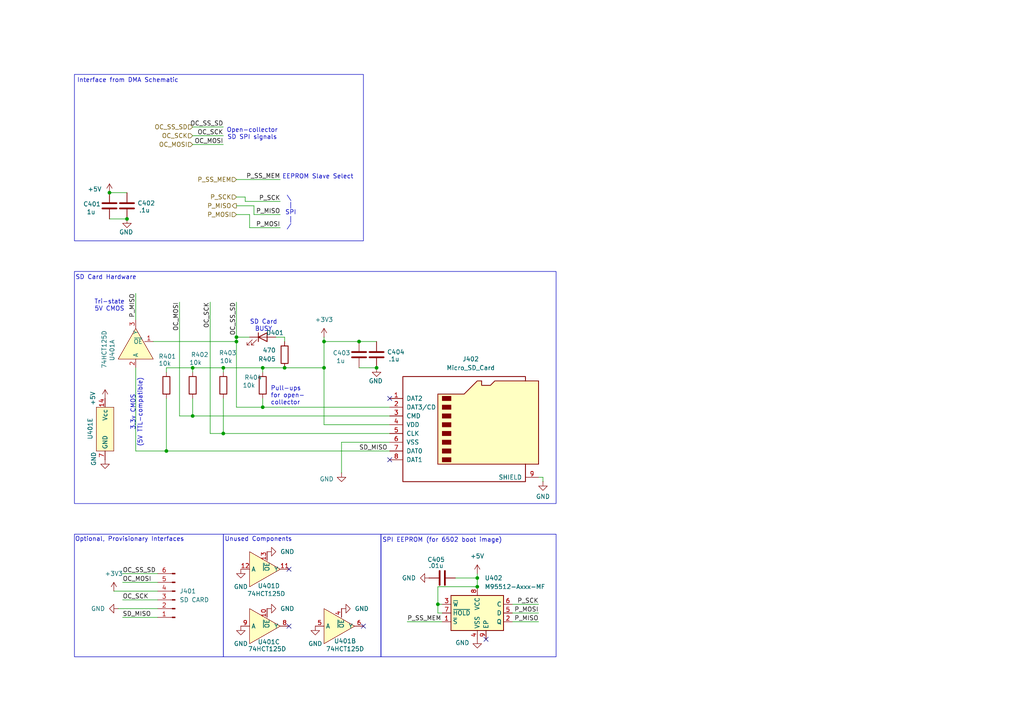
<source format=kicad_sch>
(kicad_sch (version 20250114) (generator "eeschema") (generator_version "9.0")
  (paper "A4")
  (title_block (title "65c02 Homebrew") (rev "Prelim") (company "Joseph R. Freeston") (comment 2 "https://github.com/snorklerjoe/useful6502") (comment 4 "A 65c02-based computer with peripheral i/o offloaded to a PIC16 microcontroller."))
  (lib_symbols
    (symbol "Connector:Conn_01x06_Pin" (pin_names (offset 1.016) (hide yes))
      (property "Reference" "J" (at 0 7.62 0))
      (property "Value" "Conn_01x06_Pin" (at 0 -10.16 0))
      (symbol "Conn_01x06_Pin_1_1"
        (rectangle (start 0.8636 5.207) (end 0 4.953) (stroke (width 0.1524)) (fill (type outline)))
        (rectangle (start 0.8636 2.667) (end 0 2.413) (stroke (width 0.1524)) (fill (type outline)))
        (rectangle (start 0.8636 0.127) (end 0 -0.127) (stroke (width 0.1524)) (fill (type outline)))
        (rectangle (start 0.8636 -2.413) (end 0 -2.667) (stroke (width 0.1524)) (fill (type outline)))
        (rectangle (start 0.8636 -4.953) (end 0 -5.207) (stroke (width 0.1524)) (fill (type outline)))
        (rectangle (start 0.8636 -7.493) (end 0 -7.747) (stroke (width 0.1524)) (fill (type outline)))
        (polyline (pts (xy 1.27 5.08) (xy 0.8636 5.08)) (stroke (width 0.1524)))
        (polyline (pts (xy 1.27 2.54) (xy 0.8636 2.54)) (stroke (width 0.1524)))
        (polyline (pts (xy 1.27 0) (xy 0.8636 0)) (stroke (width 0.1524)))
        (polyline (pts (xy 1.27 -2.54) (xy 0.8636 -2.54)) (stroke (width 0.1524)))
        (polyline (pts (xy 1.27 -5.08) (xy 0.8636 -5.08)) (stroke (width 0.1524)))
        (polyline (pts (xy 1.27 -7.62) (xy 0.8636 -7.62)) (stroke (width 0.1524)))
        (pin passive line (at 5.08 5.08 180) (length 3.81) (name "Pin_1") (number "1"))
        (pin passive line (at 5.08 2.54 180) (length 3.81) (name "Pin_2") (number "2"))
        (pin passive line (at 5.08 0 180) (length 3.81) (name "Pin_3") (number "3"))
        (pin passive line (at 5.08 -2.54 180) (length 3.81) (name "Pin_4") (number "4"))
        (pin passive line (at 5.08 -5.08 180) (length 3.81) (name "Pin_5") (number "5"))
        (pin passive line (at 5.08 -7.62 180) (length 3.81) (name "Pin_6") (number "6"))
      )
    )
    (symbol "Connector:Micro_SD_Card" (pin_names (offset 1.016))
      (property "Reference" "J" (at -16.51 15.24 0))
      (property "Value" "Micro_SD_Card" (at 16.51 15.24 0))
      (symbol "Micro_SD_Card_0_1"
        (polyline (pts (xy -8.89 -11.43) (xy -8.89 8.89) (xy -1.27 8.89) (xy 2.54 12.7) (xy 3.81 12.7) (xy 3.81 11.43) (xy 6.35 11.43) (xy 7.62 12.7) (xy 20.32 12.7) (xy 20.32 -11.43) (xy -8.89 -11.43)) (stroke (width 0.254)) (fill (type background)))
        (rectangle (start -7.62 8.255) (end -5.08 6.985) (fill (type outline)))
        (rectangle (start -7.62 5.715) (end -5.08 4.445) (fill (type outline)))
        (rectangle (start -7.62 3.175) (end -5.08 1.905) (fill (type outline)))
        (rectangle (start -7.62 0.635) (end -5.08 -0.635) (fill (type outline)))
        (rectangle (start -7.62 -1.905) (end -5.08 -3.175) (fill (type outline)))
        (rectangle (start -7.62 -4.445) (end -5.08 -5.715) (fill (type outline)))
        (rectangle (start -7.62 -6.985) (end -5.08 -8.255) (fill (type outline)))
        (rectangle (start -7.62 -9.525) (end -5.08 -10.795) (fill (type outline)))
        (polyline (pts (xy 16.51 12.7) (xy 16.51 13.97) (xy -19.05 13.97) (xy -19.05 -16.51) (xy 16.51 -16.51) (xy 16.51 -11.43)) (stroke (width 0.254)))
      )
      (symbol "Micro_SD_Card_1_1"
        (pin bidirectional line (at -22.86 7.62 0) (length 3.81) (name "DAT2") (number "1"))
        (pin bidirectional line (at -22.86 5.08 0) (length 3.81) (name "DAT3/CD") (number "2"))
        (pin input line (at -22.86 2.54 0) (length 3.81) (name "CMD") (number "3"))
        (pin power_in line (at -22.86 0 0) (length 3.81) (name "VDD") (number "4"))
        (pin input line (at -22.86 -2.54 0) (length 3.81) (name "CLK") (number "5"))
        (pin power_in line (at -22.86 -5.08 0) (length 3.81) (name "VSS") (number "6"))
        (pin bidirectional line (at -22.86 -7.62 0) (length 3.81) (name "DAT0") (number "7"))
        (pin bidirectional line (at -22.86 -10.16 0) (length 3.81) (name "DAT1") (number "8"))
        (pin passive line (at 20.32 -15.24 180) (length 3.81) (name "SHIELD") (number "9"))
      )
    )
    (symbol "Device:C" (pin_numbers (hide yes)) (pin_names (offset 0.254))
      (property "Reference" "C" (at 0.635 2.54 0))
      (property "Value" "C" (at 0.635 -2.54 0))
      (symbol "C_0_1"
        (polyline (pts (xy -2.032 0.762) (xy 2.032 0.762)) (stroke (width 0.508)))
        (polyline (pts (xy -2.032 -0.762) (xy 2.032 -0.762)) (stroke (width 0.508)))
      )
      (symbol "C_1_1"
        (pin passive line (at 0 3.81 270) (length 2.794) (name "~") (number "1"))
        (pin passive line (at 0 -3.81 90) (length 2.794) (name "~") (number "2"))
      )
    )
    (symbol "Device:LED" (pin_numbers (hide yes)) (pin_names (offset 1.016) (hide yes))
      (property "Reference" "D" (at 0 2.54 0))
      (property "Value" "LED" (at 0 -2.54 0))
      (symbol "LED_0_1"
        (polyline (pts (xy -3.048 -0.762) (xy -4.572 -2.286) (xy -3.81 -2.286) (xy -4.572 -2.286) (xy -4.572 -1.524)))
        (polyline (pts (xy -1.778 -0.762) (xy -3.302 -2.286) (xy -2.54 -2.286) (xy -3.302 -2.286) (xy -3.302 -1.524)))
        (polyline (pts (xy -1.27 0) (xy 1.27 0)))
        (polyline (pts (xy -1.27 -1.27) (xy -1.27 1.27)) (stroke (width 0.254)))
        (polyline (pts (xy 1.27 -1.27) (xy 1.27 1.27) (xy -1.27 0) (xy 1.27 -1.27)) (stroke (width 0.254)))
      )
      (symbol "LED_1_1"
        (pin passive line (at -3.81 0 0) (length 2.54) (name "K") (number "1"))
        (pin passive line (at 3.81 0 180) (length 2.54) (name "A") (number "2"))
      )
    )
    (symbol "Device:R" (pin_numbers (hide yes)) (pin_names (offset 0))
      (property "Reference" "R" (at 2.032 0 90))
      (property "Value" "R" (at 0 0 90))
      (symbol "R_0_1"
        (rectangle (start -1.016 -2.54) (end 1.016 2.54) (stroke (width 0.254)))
      )
      (symbol "R_1_1"
        (pin passive line (at 0 3.81 270) (length 1.27) (name "~") (number "1"))
        (pin passive line (at 0 -3.81 90) (length 1.27) (name "~") (number "2"))
      )
    )
    (symbol "Memory_EEPROM:M95512-Axxx-MF"
      (property "Reference" "U" (at -7.62 6.35 0))
      (property "Value" "M95512-Axxx-MF" (at 6.35 -7.62 0))
      (symbol "M95512-Axxx-MF_1_1"
        (rectangle (start -7.62 5.08) (end 7.62 -5.08) (stroke (width 0.254)) (fill (type background)))
        (pin input line (at -10.16 2.54 0) (length 2.54) (name "~{W}") (number "3"))
        (pin input line (at -10.16 0 0) (length 2.54) (name "~{HOLD}") (number "7"))
        (pin input line (at -10.16 -2.54 0) (length 2.54) (name "~{S}") (number "1"))
        (pin power_in line (at 0 7.62 270) (length 2.54) (name "VCC") (number "8"))
        (pin power_in line (at 0 -7.62 90) (length 2.54) (name "VSS") (number "4"))
        (pin passive line (at 2.54 -7.62 90) (length 2.54) (name "EP") (number "9"))
        (pin input line (at 10.16 2.54 180) (length 2.54) (name "C") (number "6"))
        (pin input line (at 10.16 0 180) (length 2.54) (name "D") (number "5"))
        (pin output line (at 10.16 -2.54 180) (length 2.54) (name "Q") (number "2"))
      )
    )
    (symbol "custom:74HCT125D"
      (property "Reference" "U" (at 4.318 2.032 0))
      (property "Value" "74HCT125D" (at 8.636 0 0))
      (symbol "74HCT125D_1_1"
        (polyline (pts (xy -1.27 1.27) (xy -1.27 -5.08) (xy 7.62 0) (xy -1.27 5.08) (xy -1.27 1.27)) (fill (type background)))
        (pin input line (at -3.81 0 0) (length 2.54) (name "A") (number "2"))
        (pin input line (at 3.81 5.08 270) (length 2.54) (name "~{OE}") (number "1"))
        (pin tri_state line (at 10.16 0 180) (length 2.54) (name "Y") (number "3"))
      )
      (symbol "74HCT125D_2_1"
        (polyline (pts (xy -1.27 1.27) (xy -1.27 -5.08) (xy 7.62 0) (xy -1.27 5.08) (xy -1.27 1.27)) (fill (type background)))
        (pin input line (at -3.81 0 0) (length 2.54) (name "A") (number "5"))
        (pin input line (at 3.81 5.08 270) (length 2.54) (name "~{OE}") (number "4"))
        (pin tri_state line (at 10.16 0 180) (length 2.54) (name "Y") (number "6"))
      )
      (symbol "74HCT125D_3_1"
        (polyline (pts (xy -1.27 1.27) (xy -1.27 -5.08) (xy 7.62 0) (xy -1.27 5.08) (xy -1.27 1.27)) (fill (type background)))
        (pin input line (at -3.81 0 0) (length 2.54) (name "A") (number "9"))
        (pin input line (at 3.81 5.08 270) (length 2.54) (name "~{OE}") (number "10"))
        (pin tri_state line (at 10.16 0 180) (length 2.54) (name "Y") (number "8"))
      )
      (symbol "74HCT125D_4_1"
        (polyline (pts (xy -1.27 1.27) (xy -1.27 -5.08) (xy 7.62 0) (xy -1.27 5.08) (xy -1.27 1.27)) (fill (type background)))
        (pin input line (at -3.81 0 0) (length 2.54) (name "A") (number "12"))
        (pin input line (at 3.81 5.08 270) (length 2.54) (name "~{OE}") (number "13"))
        (pin tri_state line (at 10.16 0 180) (length 2.54) (name "Y") (number "11"))
      )
      (symbol "74HCT125D_5_1"
        (rectangle (start -2.54 5.08) (end 2.54 -7.62) (fill (type background)))
        (pin power_in line (at 0 7.62 270) (length 2.54) (name "Vcc") (number "14"))
        (pin power_in line (at 0 -10.16 90) (length 2.54) (name "GND") (number "7"))
      )
    )
    (symbol "power:+3V3" (power) (pin_numbers (hide yes)) (pin_names (offset 0) (hide yes))
      (property "Value" "+3V3" (at 0 3.556 0))
      (symbol "+3V3_0_1"
        (polyline (pts (xy -0.762 1.27) (xy 0 2.54)))
        (polyline (pts (xy 0 2.54) (xy 0.762 1.27)))
        (polyline (pts (xy 0 0) (xy 0 2.54)))
      )
      (symbol "+3V3_1_1"
        (pin power_in line (at 0 0 90) (length 0) (name "~") (number "1"))
      )
    )
    (symbol "power:+5V" (power) (pin_numbers (hide yes)) (pin_names (offset 0) (hide yes))
      (property "Value" "+5V" (at 0 3.556 0))
      (symbol "+5V_0_1"
        (polyline (pts (xy -0.762 1.27) (xy 0 2.54)))
        (polyline (pts (xy 0 2.54) (xy 0.762 1.27)))
        (polyline (pts (xy 0 0) (xy 0 2.54)))
      )
      (symbol "+5V_1_1"
        (pin power_in line (at 0 0 90) (length 0) (name "~") (number "1"))
      )
    )
    (symbol "power:GND" (power) (pin_numbers (hide yes)) (pin_names (offset 0) (hide yes))
      (property "Value" "GND" (at 0 -3.81 0))
      (symbol "GND_0_1"
        (polyline (pts (xy 0 0) (xy 0 -1.27) (xy 1.27 -1.27) (xy 0 -2.54) (xy -1.27 -1.27) (xy 0 -1.27)))
      )
      (symbol "GND_1_1"
        (pin power_in line (at 0 0 270) (length 0) (name "~") (number "1"))
      )
    )
  )
  (rectangle (start 64.77 154.94) (end 110.49 190.5))
  (rectangle (start 21.59 21.59) (end 105.41 69.85))
  (rectangle (start 21.59 78.74) (end 161.29 146.05))
  (rectangle (start 110.49 154.94) (end 161.29 190.5))
  (rectangle (start 21.59 154.94) (end 64.77 190.5))
  (text "3.3v CMOS\n(5V TTL-compatible)" (at 39.624 119.634 90) (effects (font (size 1.27 1.27))))
  (text "Interface from DMA Schematic" (at 37.084 23.368 0) (effects (font (size 1.27 1.27))))
  (text "Unused Components" (at 74.93 156.464 0) (effects (font (size 1.27 1.27))))
  (text "EEPROM Slave Select" (at 92.202 51.308 0) (effects (font (size 1.27 1.27))))
  (text "SD Card Hardware" (at 30.734 80.518 0) (effects (font (size 1.27 1.27))))
  (text "\\ \n|\nSPI\n|\n/ " (at 84.328 61.722 0) (effects (font (size 1.27 1.27))))
  (text "Pull-ups\nfor open-\ncollector" (at 78.486 114.808 0) (effects (font (size 1.27 1.27)) (justify left)))
  (text "SPI EEPROM (for 6502 boot image)" (at 128.27 156.718 0) (effects (font (size 1.27 1.27))))
  (text "Tri-state\n5V CMOS" (at 31.75 88.646 0) (effects (font (size 1.27 1.27))))
  (text "Optional, Provisionary Interfaces" (at 37.592 156.464 0) (effects (font (size 1.27 1.27))))
  (text "Open-collector\nSD SPI signals" (at 73.152 38.862 0) (effects (font (size 1.27 1.27))))
  (text "SD Card\nBUSY" (at 76.454 94.488 0) (effects (font (size 1.27 1.27))))
  (junction (at 93.98 99.06))
  (junction (at 104.14 99.06))
  (junction (at 68.58 99.06))
  (junction (at 76.2 106.68))
  (junction (at 68.58 97.79))
  (junction (at 36.83 63.5))
  (junction (at 127 175.26))
  (junction (at 31.75 55.88))
  (junction (at 55.88 120.65))
  (junction (at 109.22 106.68))
  (junction (at 138.43 170.18))
  (junction (at 93.98 106.68))
  (junction (at 64.77 125.73))
  (junction (at 48.26 130.81))
  (junction (at 64.77 106.68))
  (junction (at 55.88 106.68))
  (junction (at 76.2 118.11))
  (junction (at 82.55 106.68))
  (junction (at 138.43 167.64))
  (no_connect (at 113.03 133.35))
  (no_connect (at 140.97 185.42))
  (no_connect (at 83.82 165.1))
  (no_connect (at 105.41 181.61))
  (no_connect (at 83.82 181.61))
  (no_connect (at 113.03 115.57))
  (wire (pts (xy 31.75 63.5) (xy 36.83 63.5)))
  (wire (pts (xy 118.11 180.34) (xy 128.27 180.34)))
  (wire (pts (xy 72.39 62.23) (xy 68.58 62.23)))
  (wire (pts (xy 68.58 97.79) (xy 68.58 99.06)))
  (wire (pts (xy 148.59 175.26) (xy 156.21 175.26)))
  (wire (pts (xy 71.12 57.15) (xy 68.58 57.15)))
  (wire (pts (xy 127 175.26) (xy 127 170.18)))
  (wire (pts (xy 104.14 106.68) (xy 109.22 106.68)))
  (wire (pts (xy 128.27 177.8) (xy 127 177.8)))
  (wire (pts (xy 48.26 106.68) (xy 55.88 106.68)))
  (wire (pts (xy 64.77 115.57) (xy 64.77 125.73)))
  (wire (pts (xy 68.58 52.07) (xy 81.28 52.07)))
  (wire (pts (xy 35.56 173.99) (xy 45.72 173.99)))
  (wire (pts (xy 52.07 87.63) (xy 52.07 120.65)))
  (wire (pts (xy 82.55 106.68) (xy 93.98 106.68)))
  (wire (pts (xy 93.98 99.06) (xy 104.14 99.06)))
  (wire (pts (xy 48.26 130.81) (xy 113.03 130.81)))
  (wire (pts (xy 81.28 58.42) (xy 71.12 58.42)))
  (wire (pts (xy 68.58 118.11) (xy 76.2 118.11)))
  (wire (pts (xy 127 170.18) (xy 138.43 170.18)))
  (wire (pts (xy 93.98 97.79) (xy 93.98 99.06)))
  (wire (pts (xy 39.37 85.09) (xy 39.37 92.71)))
  (wire (pts (xy 104.14 99.06) (xy 109.22 99.06)))
  (wire (pts (xy 33.02 171.45) (xy 45.72 171.45)))
  (wire (pts (xy 60.96 125.73) (xy 64.77 125.73)))
  (wire (pts (xy 48.26 107.95) (xy 48.26 106.68)))
  (wire (pts (xy 34.29 176.53) (xy 45.72 176.53)))
  (wire (pts (xy 93.98 123.19) (xy 113.03 123.19)))
  (wire (pts (xy 64.77 106.68) (xy 76.2 106.68)))
  (wire (pts (xy 35.56 166.37) (xy 45.72 166.37)))
  (wire (pts (xy 76.2 106.68) (xy 82.55 106.68)))
  (wire (pts (xy 72.39 97.79) (xy 68.58 97.79)))
  (wire (pts (xy 138.43 167.64) (xy 138.43 170.18)))
  (wire (pts (xy 55.88 106.68) (xy 64.77 106.68)))
  (wire (pts (xy 71.12 58.42) (xy 71.12 57.15)))
  (wire (pts (xy 148.59 180.34) (xy 156.21 180.34)))
  (wire (pts (xy 35.56 179.07) (xy 45.72 179.07)))
  (wire (pts (xy 55.88 107.95) (xy 55.88 106.68)))
  (wire (pts (xy 52.07 120.65) (xy 55.88 120.65)))
  (wire (pts (xy 55.88 41.91) (xy 64.77 41.91)))
  (wire (pts (xy 39.37 130.81) (xy 39.37 106.68)))
  (wire (pts (xy 157.48 138.43) (xy 156.21 138.43)))
  (wire (pts (xy 76.2 115.57) (xy 76.2 118.11)))
  (wire (pts (xy 132.08 167.64) (xy 138.43 167.64)))
  (wire (pts (xy 64.77 125.73) (xy 113.03 125.73)))
  (wire (pts (xy 93.98 99.06) (xy 93.98 106.68)))
  (wire (pts (xy 64.77 107.95) (xy 64.77 106.68)))
  (wire (pts (xy 76.2 118.11) (xy 113.03 118.11)))
  (wire (pts (xy 99.06 137.16) (xy 99.06 128.27)))
  (wire (pts (xy 72.39 66.04) (xy 72.39 62.23)))
  (wire (pts (xy 138.43 166.37) (xy 138.43 167.64)))
  (wire (pts (xy 35.56 168.91) (xy 45.72 168.91)))
  (wire (pts (xy 60.96 87.63) (xy 60.96 125.73)))
  (wire (pts (xy 93.98 123.19) (xy 93.98 106.68)))
  (wire (pts (xy 73.66 59.69) (xy 68.58 59.69)))
  (wire (pts (xy 68.58 97.79) (xy 68.58 87.63)))
  (wire (pts (xy 39.37 130.81) (xy 48.26 130.81)))
  (wire (pts (xy 55.88 36.83) (xy 64.77 36.83)))
  (wire (pts (xy 81.28 66.04) (xy 72.39 66.04)))
  (wire (pts (xy 44.45 99.06) (xy 68.58 99.06)))
  (wire (pts (xy 127 175.26) (xy 128.27 175.26)))
  (wire (pts (xy 99.06 128.27) (xy 113.03 128.27)))
  (wire (pts (xy 31.75 55.88) (xy 36.83 55.88)))
  (wire (pts (xy 127 177.8) (xy 127 175.26)))
  (wire (pts (xy 82.55 99.06) (xy 82.55 97.79)))
  (wire (pts (xy 82.55 97.79) (xy 80.01 97.79)))
  (wire (pts (xy 55.88 39.37) (xy 64.77 39.37)))
  (wire (pts (xy 148.59 177.8) (xy 156.21 177.8)))
  (wire (pts (xy 68.58 99.06) (xy 68.58 118.11)))
  (wire (pts (xy 48.26 115.57) (xy 48.26 130.81)))
  (wire (pts (xy 81.28 62.23) (xy 73.66 62.23)))
  (wire (pts (xy 55.88 120.65) (xy 113.03 120.65)))
  (wire (pts (xy 55.88 115.57) (xy 55.88 120.65)))
  (wire (pts (xy 76.2 106.68) (xy 76.2 107.95)))
  (wire (pts (xy 157.48 139.7) (xy 157.48 138.43)))
  (wire (pts (xy 73.66 62.23) (xy 73.66 59.69)))
  (label "OC_SCK" (at 64.77 39.37 180))
  (label "OC_SS_SD" (at 64.77 36.83 180))
  (label "P_MOSI" (at 156.21 177.8 180))
  (label "P_MISO" (at 81.28 62.23 180))
  (label "OC_SCK" (at 35.56 173.99 0))
  (label "SD_MISO" (at 35.56 179.07 0))
  (label "SD_MISO" (at 104.14 130.81 0))
  (label "OC_SCK" (at 60.96 87.63 270))
  (label "OC_MOSI" (at 35.56 168.91 0))
  (label "P_SCK" (at 156.21 175.26 180))
  (label "OC_MOSI" (at 52.07 87.63 270))
  (label "OC_SS_SD" (at 35.56 166.37 0))
  (label "P_SCK" (at 81.28 58.42 180))
  (label "OC_MOSI" (at 64.77 41.91 180))
  (label "OC_SS_SD" (at 68.58 87.63 270))
  (label "P_SS_MEM" (at 81.28 52.07 180))
  (label "P_MISO" (at 156.21 180.34 180))
  (label "P_MISO" (at 39.37 85.09 270))
  (label "P_MOSI" (at 81.28 66.04 180))
  (label "P_SS_MEM" (at 118.11 180.34 0))
  (hierarchical_label "OC_SS_SD" (shape input) (at 55.88 36.83 180))
  (hierarchical_label "P_SS_MEM" (shape input) (at 68.58 52.07 180))
  (hierarchical_label "OC_MOSI" (shape input) (at 55.88 41.91 180))
  (hierarchical_label "P_SCK" (shape input) (at 68.58 57.15 180))
  (hierarchical_label "P_MISO" (shape output) (at 68.58 59.69 180))
  (hierarchical_label "OC_SCK" (shape input) (at 55.88 39.37 180))
  (hierarchical_label "P_MOSI" (shape input) (at 68.58 62.23 180))
  (symbol (lib_id "power:+5V") (at 138.43 166.37 0) (unit 1)
    (property "Reference" "#PWR0416" (effects (hide yes)))
    (property "Value" "+5V" (at 138.43 161.29 0))
    (property "Description" "Power symbol creates a global label with name \"+5V\"" (effects (hide yes)))
  )
  (symbol (lib_id "power:GND") (at 69.85 165.1 0) (unit 1)
    (property "Reference" "#PWR0406" (effects (hide yes)))
    (property "Value" "GND" (at 69.85 170.18 0))
    (property "Description" "Power symbol creates a global label with name \"GND\" , ground" (effects (hide yes)))
  )
  (symbol (lib_id "Device:R") (at 55.88 111.76 0) (unit 1)
    (property "Reference" "R402" (at 55.372 102.87 0) (effects (justify left)))
    (property "Value" "10k" (at 54.864 105.156 0) (effects (justify left)))
    (property "Footprint" "Resistor_SMD:R_0402_1005Metric" (effects (hide yes)))
    (property "Description" "Resistor" (effects (hide yes)))
  )
  (symbol (lib_id "Device:R") (at 48.26 111.76 0) (unit 1)
    (property "Reference" "R401" (at 45.974 103.378 0) (effects (justify left)))
    (property "Value" "10k" (at 45.974 105.41 0) (effects (justify left)))
    (property "Footprint" "Resistor_SMD:R_0402_1005Metric" (effects (hide yes)))
    (property "Description" "Resistor" (effects (hide yes)))
  )
  (symbol (lib_id "custom:74HCT125D") (at 73.66 165.1 0) (unit 4)
    (property "Reference" "U401" (at 77.978 169.926 0))
    (property "Value" "74HCT125D" (at 77.216 172.212 0))
    (property "Footprint" "Package_SO:SOIC-14_3.9x8.7mm_P1.27mm" (effects (hide yes)))
  )
  (symbol (lib_id "Device:C") (at 31.75 59.69 0) (unit 1)
    (property "Reference" "C401" (at 26.67 59.182 0))
    (property "Value" "1u" (at 26.416 61.468 0))
    (property "Footprint" "Capacitor_SMD:C_0402_1005Metric" (effects (hide yes)))
    (property "Description" "Unpolarized capacitor" (effects (hide yes)))
  )
  (symbol (lib_id "Device:R") (at 76.2 111.76 0) (unit 1)
    (property "Reference" "R404" (at 70.866 109.474 0) (effects (justify left)))
    (property "Value" "10k" (at 70.358 111.76 0) (effects (justify left)))
    (property "Footprint" "Resistor_SMD:R_0402_1005Metric" (effects (hide yes)))
    (property "Description" "Resistor" (effects (hide yes)))
  )
  (symbol (lib_id "Device:C") (at 104.14 102.87 0) (unit 1)
    (property "Reference" "C403" (at 99.06 102.362 0))
    (property "Value" "1u" (at 98.806 104.648 0))
    (property "Footprint" "Capacitor_SMD:C_0402_1005Metric" (effects (hide yes)))
    (property "Description" "Unpolarized capacitor" (effects (hide yes)))
  )
  (symbol (lib_id "power:+3V3") (at 93.98 97.79 0) (unit 1)
    (property "Reference" "#PWR0411" (effects (hide yes)))
    (property "Value" "+3V3" (at 93.98 92.71 0))
    (property "Description" "Power symbol creates a global label with name \"+3V3\"" (effects (hide yes)))
  )
  (symbol (lib_id "Device:R") (at 64.77 111.76 0) (unit 1)
    (property "Reference" "R403" (at 63.5 102.362 0) (effects (justify left)))
    (property "Value" "10k" (at 63.754 104.648 0) (effects (justify left)))
    (property "Footprint" "Resistor_SMD:R_0402_1005Metric" (effects (hide yes)))
    (property "Description" "Resistor" (effects (hide yes)))
  )
  (symbol (lib_id "power:GND") (at 138.43 185.42 0) (unit 1)
    (property "Reference" "#PWR0417" (effects (hide yes)))
    (property "Value" "GND" (at 134.112 186.436 0))
    (property "Description" "Power symbol creates a global label with name \"GND\" , ground" (effects (hide yes)))
  )
  (symbol (lib_id "power:+3V3") (at 33.02 171.45 0) (unit 1)
    (property "Reference" "#PWR0419" (effects (hide yes)))
    (property "Value" "+3V3" (at 33.02 166.37 0))
    (property "Description" "Power symbol creates a global label with name \"+3V3\"" (effects (hide yes)))
  )
  (symbol (lib_id "Memory_EEPROM:M95512-Axxx-MF") (at 138.43 177.8 0) (unit 1)
    (property "Reference" "U402" (at 140.5733 167.64 0) (effects (justify left)))
    (property "Value" "M95512-Axxx-MF" (at 140.5733 170.18 0) (effects (justify left)))
    (property "Footprint" "Package_SO:TSSOP-8_4.4x3mm_P0.65mm" (effects (hide yes)))
    (property "Datasheet" "https://www.st.com/resource/en/datasheet/m95512-a125.pdf" (effects (hide yes)))
    (property "Description" "Automotive 512-Kbit serial SPI bus EEPROMs with high-speed clock, DFN-8" (effects (hide yes)))
  )
  (symbol (lib_id "power:GND") (at 36.83 63.5 0) (unit 1)
    (property "Reference" "#PWR0405" (effects (hide yes)))
    (property "Value" "GND" (at 36.576 67.31 0))
    (property "Description" "Power symbol creates a global label with name \"GND\" , ground" (effects (hide yes)))
  )
  (symbol (lib_id "Device:R") (at 82.55 102.87 0) (unit 1)
    (property "Reference" "R405" (at 80.01 104.1401 0) (effects (justify right)))
    (property "Value" "470" (at 80.01 101.6001 0) (effects (justify right)))
    (property "Footprint" "Resistor_SMD:R_0402_1005Metric" (effects (hide yes)))
    (property "Description" "Resistor" (effects (hide yes)))
  )
  (symbol (lib_id "power:GND") (at 30.48 133.35 0) (unit 1)
    (property "Reference" "#PWR0402" (effects (hide yes)))
    (property "Value" "GND" (at 27.178 133.096 90))
    (property "Description" "Power symbol creates a global label with name \"GND\" , ground" (effects (hide yes)))
  )
  (symbol (lib_id "power:GND") (at 99.06 137.16 0) (unit 1)
    (property "Reference" "#PWR0412" (effects (hide yes)))
    (property "Value" "GND" (at 94.742 138.938 0))
    (property "Description" "Power symbol creates a global label with name \"GND\" , ground" (effects (hide yes)))
  )
  (symbol (lib_id "power:+5V") (at 31.75 55.88 0) (unit 1)
    (property "Reference" "#PWR0403" (effects (hide yes)))
    (property "Value" "+5V" (at 25.4 54.864 0) (effects (justify left)))
    (property "Description" "Power symbol creates a global label with name \"+5V\"" (effects (hide yes)))
  )
  (symbol (lib_id "Connector:Conn_01x06_Pin") (at 50.8 173.99 180) (unit 1)
    (property "Reference" "J401" (at 52.07 171.4499 0) (effects (justify right)))
    (property "Value" "SD CARD" (at 52.07 173.9899 0) (effects (justify right)))
    (property "Description" "Generic connector, single row, 01x06, script generated" (effects (hide yes)))
  )
  (symbol (lib_id "Connector:Micro_SD_Card") (at 135.89 123.19 0) (unit 1)
    (property "Reference" "J402" (at 136.525 104.14 0))
    (property "Value" "Micro_SD_Card" (at 136.525 106.68 0))
    (property "Datasheet" "https://www.we-online.com/components/products/datasheet/693072010801.pdf" (effects (hide yes)))
    (property "Description" "Micro SD Card Socket" (effects (hide yes)))
  )
  (symbol (lib_id "power:GND") (at 99.06 176.53 90) (unit 1)
    (property "Reference" "#PWR0413" (effects (hide yes)))
    (property "Value" "GND" (at 102.87 176.5299 90) (effects (justify right)))
    (property "Description" "Power symbol creates a global label with name \"GND\" , ground" (effects (hide yes)))
  )
  (symbol (lib_id "custom:74HCT125D") (at 30.48 123.19 0) (unit 5)
    (property "Reference" "U401" (at 26.162 127.508 90) (effects (justify left)))
    (property "Value" "74HCT125D" (effects (hide yes)))
    (property "Footprint" "Package_SO:SOIC-14_3.9x8.7mm_P1.27mm" (effects (hide yes)))
  )
  (symbol (lib_id "power:GND") (at 91.44 181.61 0) (unit 1)
    (property "Reference" "#PWR0410" (effects (hide yes)))
    (property "Value" "GND" (at 91.44 186.69 0))
    (property "Description" "Power symbol creates a global label with name \"GND\" , ground" (effects (hide yes)))
  )
  (symbol (lib_id "power:GND") (at 69.85 181.61 0) (unit 1)
    (property "Reference" "#PWR0407" (effects (hide yes)))
    (property "Value" "GND" (at 69.85 186.69 0))
    (property "Description" "Power symbol creates a global label with name \"GND\" , ground" (effects (hide yes)))
  )
  (symbol (lib_id "custom:74HCT125D") (at 95.25 181.61 0) (unit 2)
    (property "Reference" "U401" (at 100.076 185.928 0))
    (property "Value" "74HCT125D" (at 100.076 188.214 0))
    (property "Footprint" "Package_SO:SOIC-14_3.9x8.7mm_P1.27mm" (effects (hide yes)))
  )
  (symbol (lib_id "power:GND") (at 124.46 167.64 270) (unit 1)
    (property "Reference" "#PWR0415" (effects (hide yes)))
    (property "Value" "GND" (at 120.65 167.6399 90) (effects (justify right)))
    (property "Description" "Power symbol creates a global label with name \"GND\" , ground" (effects (hide yes)))
  )
  (symbol (lib_id "power:GND") (at 77.47 160.02 90) (unit 1)
    (property "Reference" "#PWR0408" (effects (hide yes)))
    (property "Value" "GND" (at 81.28 160.0199 90) (effects (justify right)))
    (property "Description" "Power symbol creates a global label with name \"GND\" , ground" (effects (hide yes)))
  )
  (symbol (lib_id "Device:C") (at 128.27 167.64 270) (unit 1)
    (property "Reference" "C405" (at 126.492 162.306 90))
    (property "Value" ".01u" (at 126.492 164.084 90))
    (property "Footprint" "Capacitor_SMD:C_0402_1005Metric" (effects (hide yes)))
    (property "Description" "Unpolarized capacitor" (effects (hide yes)))
  )
  (symbol (lib_id "Device:C") (at 36.83 59.69 0) (unit 1)
    (property "Reference" "C402" (at 42.418 58.928 0))
    (property "Value" ".1u" (at 41.91 60.96 0))
    (property "Footprint" "Capacitor_SMD:C_0402_1005Metric" (effects (hide yes)))
    (property "Description" "Unpolarized capacitor" (effects (hide yes)))
  )
  (symbol (lib_id "power:GND") (at 109.22 106.68 0) (unit 1)
    (property "Reference" "#PWR0414" (effects (hide yes)))
    (property "Value" "GND" (at 108.966 110.49 0))
    (property "Description" "Power symbol creates a global label with name \"GND\" , ground" (effects (hide yes)))
  )
  (symbol (lib_id "power:GND") (at 77.47 176.53 90) (unit 1)
    (property "Reference" "#PWR0409" (effects (hide yes)))
    (property "Value" "GND" (at 81.28 176.5299 90) (effects (justify right)))
    (property "Description" "Power symbol creates a global label with name \"GND\" , ground" (effects (hide yes)))
  )
  (symbol (lib_id "power:GND") (at 157.48 139.7 0) (unit 1)
    (property "Reference" "#PWR0418" (effects (hide yes)))
    (property "Value" "GND" (at 157.48 144.018 0))
    (property "Description" "Power symbol creates a global label with name \"GND\" , ground" (effects (hide yes)))
  )
  (symbol (lib_id "power:+5V") (at 30.48 115.57 0) (unit 1)
    (property "Reference" "#PWR0401" (effects (hide yes)))
    (property "Value" "+5V" (at 26.924 117.602 90) (effects (justify left)))
    (property "Description" "Power symbol creates a global label with name \"+5V\"" (effects (hide yes)))
  )
  (symbol (lib_id "custom:74HCT125D") (at 73.66 181.61 0) (unit 3)
    (property "Reference" "U401" (at 77.978 186.182 0))
    (property "Value" "74HCT125D" (at 77.47 188.214 0))
    (property "Footprint" "Package_SO:SOIC-14_3.9x8.7mm_P1.27mm" (effects (hide yes)))
  )
  (symbol (lib_id "Device:LED") (at 76.2 97.79 0) (unit 1)
    (property "Reference" "D401" (at 79.756 96.52 0))
    (property "Value" "LED" (effects (hide yes)))
    (property "Footprint" "LED_SMD:LED_0402_1005Metric" (effects (hide yes)))
    (property "Description" "Light emitting diode" (effects (hide yes)))
    (property "Sim.Pins" "1=K 2=A" (effects (hide yes)))
  )
  (symbol (lib_id "custom:74HCT125D") (at 39.37 102.87 270) (mirror x) (unit 1)
    (property "Reference" "U401" (at 32.512 101.6 0))
    (property "Value" "74HCT125D" (at 30.226 101.346 0))
    (property "Footprint" "Package_SO:SOIC-14_3.9x8.7mm_P1.27mm" (effects (hide yes)))
  )
  (symbol (lib_id "power:GND") (at 34.29 176.53 270) (unit 1)
    (property "Reference" "#PWR0404" (effects (hide yes)))
    (property "Value" "GND" (at 30.48 176.5299 90) (effects (justify right)))
    (property "Description" "Power symbol creates a global label with name \"GND\" , ground" (effects (hide yes)))
  )
  (symbol (lib_id "Device:C") (at 109.22 102.87 0) (unit 1)
    (property "Reference" "C404" (at 114.808 102.108 0))
    (property "Value" ".1u" (at 114.3 104.14 0))
    (property "Footprint" "Capacitor_SMD:C_0402_1005Metric" (effects (hide yes)))
    (property "Description" "Unpolarized capacitor" (effects (hide yes)))
  )
)
</source>
